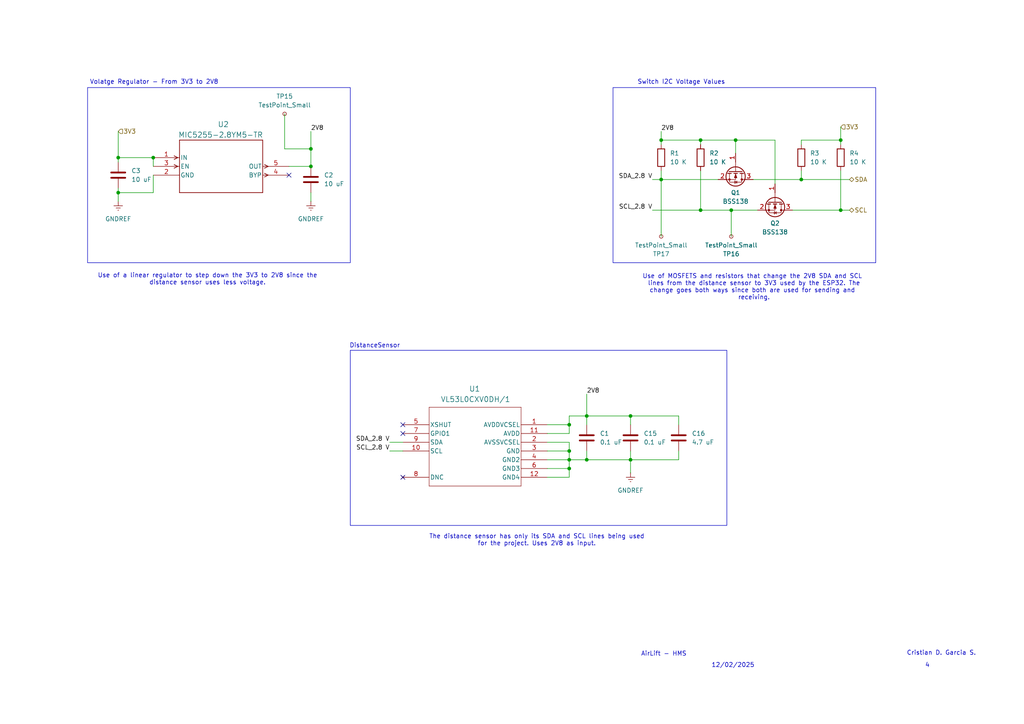
<source format=kicad_sch>
(kicad_sch
	(version 20250114)
	(generator "eeschema")
	(generator_version "9.0")
	(uuid "d4539747-aa14-4ceb-8ad9-d22e351a6ffb")
	(paper "A4")
	(lib_symbols
		(symbol "HMS_SSymbols_Library:BSS138"
			(pin_names
				(offset 0)
				(hide yes)
			)
			(exclude_from_sim no)
			(in_bom yes)
			(on_board yes)
			(property "Reference" "Q"
				(at 5.08 1.905 0)
				(effects
					(font
						(size 1.27 1.27)
					)
					(justify left)
				)
			)
			(property "Value" "BSS138"
				(at 5.08 0 0)
				(effects
					(font
						(size 1.27 1.27)
					)
					(justify left)
				)
			)
			(property "Footprint" "Package_TO_SOT_SMD:SOT-23"
				(at 5.08 -1.905 0)
				(effects
					(font
						(size 1.27 1.27)
						(italic yes)
					)
					(justify left)
					(hide yes)
				)
			)
			(property "Datasheet" "https://www.onsemi.com/pub/Collateral/BSS138-D.PDF"
				(at 5.08 -3.81 0)
				(effects
					(font
						(size 1.27 1.27)
					)
					(justify left)
					(hide yes)
				)
			)
			(property "Description" "50V Vds, 0.22A Id, N-Channel MOSFET, SOT-23"
				(at 0 0 0)
				(effects
					(font
						(size 1.27 1.27)
					)
					(hide yes)
				)
			)
			(property "ki_keywords" "N-Channel MOSFET"
				(at 0 0 0)
				(effects
					(font
						(size 1.27 1.27)
					)
					(hide yes)
				)
			)
			(property "ki_fp_filters" "SOT?23*"
				(at 0 0 0)
				(effects
					(font
						(size 1.27 1.27)
					)
					(hide yes)
				)
			)
			(symbol "BSS138_0_1"
				(polyline
					(pts
						(xy 0.254 1.905) (xy 0.254 -1.905)
					)
					(stroke
						(width 0.254)
						(type default)
					)
					(fill
						(type none)
					)
				)
				(polyline
					(pts
						(xy 0.254 0) (xy -2.54 0)
					)
					(stroke
						(width 0)
						(type default)
					)
					(fill
						(type none)
					)
				)
				(polyline
					(pts
						(xy 0.762 2.286) (xy 0.762 1.27)
					)
					(stroke
						(width 0.254)
						(type default)
					)
					(fill
						(type none)
					)
				)
				(polyline
					(pts
						(xy 0.762 0.508) (xy 0.762 -0.508)
					)
					(stroke
						(width 0.254)
						(type default)
					)
					(fill
						(type none)
					)
				)
				(polyline
					(pts
						(xy 0.762 -1.27) (xy 0.762 -2.286)
					)
					(stroke
						(width 0.254)
						(type default)
					)
					(fill
						(type none)
					)
				)
				(polyline
					(pts
						(xy 0.762 -1.778) (xy 3.302 -1.778) (xy 3.302 1.778) (xy 0.762 1.778)
					)
					(stroke
						(width 0)
						(type default)
					)
					(fill
						(type none)
					)
				)
				(polyline
					(pts
						(xy 1.016 0) (xy 2.032 0.381) (xy 2.032 -0.381) (xy 1.016 0)
					)
					(stroke
						(width 0)
						(type default)
					)
					(fill
						(type outline)
					)
				)
				(circle
					(center 1.651 0)
					(radius 2.794)
					(stroke
						(width 0.254)
						(type default)
					)
					(fill
						(type none)
					)
				)
				(polyline
					(pts
						(xy 2.54 2.54) (xy 2.54 1.778)
					)
					(stroke
						(width 0)
						(type default)
					)
					(fill
						(type none)
					)
				)
				(circle
					(center 2.54 1.778)
					(radius 0.254)
					(stroke
						(width 0)
						(type default)
					)
					(fill
						(type outline)
					)
				)
				(circle
					(center 2.54 -1.778)
					(radius 0.254)
					(stroke
						(width 0)
						(type default)
					)
					(fill
						(type outline)
					)
				)
				(polyline
					(pts
						(xy 2.54 -2.54) (xy 2.54 0) (xy 0.762 0)
					)
					(stroke
						(width 0)
						(type default)
					)
					(fill
						(type none)
					)
				)
				(polyline
					(pts
						(xy 2.921 0.381) (xy 3.683 0.381)
					)
					(stroke
						(width 0)
						(type default)
					)
					(fill
						(type none)
					)
				)
				(polyline
					(pts
						(xy 3.302 0.381) (xy 2.921 -0.254) (xy 3.683 -0.254) (xy 3.302 0.381)
					)
					(stroke
						(width 0)
						(type default)
					)
					(fill
						(type none)
					)
				)
			)
			(symbol "BSS138_1_1"
				(pin input line
					(at -5.08 0 0)
					(length 2.54)
					(name "G"
						(effects
							(font
								(size 1.27 1.27)
							)
						)
					)
					(number "1"
						(effects
							(font
								(size 1.27 1.27)
							)
						)
					)
				)
				(pin passive line
					(at 2.54 5.08 270)
					(length 2.54)
					(name "D"
						(effects
							(font
								(size 1.27 1.27)
							)
						)
					)
					(number "3"
						(effects
							(font
								(size 1.27 1.27)
							)
						)
					)
				)
				(pin passive line
					(at 2.54 -5.08 90)
					(length 2.54)
					(name "S"
						(effects
							(font
								(size 1.27 1.27)
							)
						)
					)
					(number "2"
						(effects
							(font
								(size 1.27 1.27)
							)
						)
					)
				)
			)
			(embedded_fonts no)
		)
		(symbol "HMS_SSymbols_Library:C"
			(pin_numbers
				(hide yes)
			)
			(pin_names
				(offset 0.254)
			)
			(exclude_from_sim no)
			(in_bom yes)
			(on_board yes)
			(property "Reference" "C"
				(at 0.635 2.54 0)
				(effects
					(font
						(size 1.27 1.27)
					)
					(justify left)
				)
			)
			(property "Value" "C"
				(at 0.635 -2.54 0)
				(effects
					(font
						(size 1.27 1.27)
					)
					(justify left)
				)
			)
			(property "Footprint" ""
				(at 0.9652 -3.81 0)
				(effects
					(font
						(size 1.27 1.27)
					)
					(hide yes)
				)
			)
			(property "Datasheet" "~"
				(at 0 0 0)
				(effects
					(font
						(size 1.27 1.27)
					)
					(hide yes)
				)
			)
			(property "Description" "Unpolarized capacitor"
				(at 0 0 0)
				(effects
					(font
						(size 1.27 1.27)
					)
					(hide yes)
				)
			)
			(property "ki_keywords" "cap capacitor"
				(at 0 0 0)
				(effects
					(font
						(size 1.27 1.27)
					)
					(hide yes)
				)
			)
			(property "ki_fp_filters" "C_*"
				(at 0 0 0)
				(effects
					(font
						(size 1.27 1.27)
					)
					(hide yes)
				)
			)
			(symbol "C_0_1"
				(polyline
					(pts
						(xy -2.032 0.762) (xy 2.032 0.762)
					)
					(stroke
						(width 0.508)
						(type default)
					)
					(fill
						(type none)
					)
				)
				(polyline
					(pts
						(xy -2.032 -0.762) (xy 2.032 -0.762)
					)
					(stroke
						(width 0.508)
						(type default)
					)
					(fill
						(type none)
					)
				)
			)
			(symbol "C_1_1"
				(pin passive line
					(at 0 3.81 270)
					(length 2.794)
					(name "~"
						(effects
							(font
								(size 1.27 1.27)
							)
						)
					)
					(number "1"
						(effects
							(font
								(size 1.27 1.27)
							)
						)
					)
				)
				(pin passive line
					(at 0 -3.81 90)
					(length 2.794)
					(name "~"
						(effects
							(font
								(size 1.27 1.27)
							)
						)
					)
					(number "2"
						(effects
							(font
								(size 1.27 1.27)
							)
						)
					)
				)
			)
			(embedded_fonts no)
		)
		(symbol "HMS_SSymbols_Library:GNDREF"
			(power)
			(pin_numbers
				(hide yes)
			)
			(pin_names
				(offset 0)
				(hide yes)
			)
			(exclude_from_sim no)
			(in_bom yes)
			(on_board yes)
			(property "Reference" "#PWR"
				(at 0 -6.35 0)
				(effects
					(font
						(size 1.27 1.27)
					)
					(hide yes)
				)
			)
			(property "Value" "GNDREF"
				(at 0 -3.81 0)
				(effects
					(font
						(size 1.27 1.27)
					)
				)
			)
			(property "Footprint" ""
				(at 0 0 0)
				(effects
					(font
						(size 1.27 1.27)
					)
					(hide yes)
				)
			)
			(property "Datasheet" ""
				(at 0 0 0)
				(effects
					(font
						(size 1.27 1.27)
					)
					(hide yes)
				)
			)
			(property "Description" "Power symbol creates a global label with name \"GNDREF\" , reference supply ground"
				(at 0 0 0)
				(effects
					(font
						(size 1.27 1.27)
					)
					(hide yes)
				)
			)
			(property "ki_keywords" "global power"
				(at 0 0 0)
				(effects
					(font
						(size 1.27 1.27)
					)
					(hide yes)
				)
			)
			(symbol "GNDREF_0_1"
				(polyline
					(pts
						(xy -0.635 -1.905) (xy 0.635 -1.905)
					)
					(stroke
						(width 0)
						(type default)
					)
					(fill
						(type none)
					)
				)
				(polyline
					(pts
						(xy -0.127 -2.54) (xy 0.127 -2.54)
					)
					(stroke
						(width 0)
						(type default)
					)
					(fill
						(type none)
					)
				)
				(polyline
					(pts
						(xy 0 -1.27) (xy 0 0)
					)
					(stroke
						(width 0)
						(type default)
					)
					(fill
						(type none)
					)
				)
				(polyline
					(pts
						(xy 1.27 -1.27) (xy -1.27 -1.27)
					)
					(stroke
						(width 0)
						(type default)
					)
					(fill
						(type none)
					)
				)
			)
			(symbol "GNDREF_1_1"
				(pin power_in line
					(at 0 0 270)
					(length 0)
					(name "~"
						(effects
							(font
								(size 1.27 1.27)
							)
						)
					)
					(number "1"
						(effects
							(font
								(size 1.27 1.27)
							)
						)
					)
				)
			)
			(embedded_fonts no)
		)
		(symbol "HMS_SSymbols_Library:MIC5255-2.8YM5-TR"
			(pin_names
				(offset 0.254)
			)
			(exclude_from_sim no)
			(in_bom yes)
			(on_board yes)
			(property "Reference" "U"
				(at 19.812 9.652 0)
				(effects
					(font
						(size 1.524 1.524)
					)
				)
			)
			(property "Value" "MIC5255-2.8YM5-TR"
				(at 19.812 7.112 0)
				(effects
					(font
						(size 1.524 1.524)
					)
				)
			)
			(property "Footprint" "SOT-23-5_M5_MCH"
				(at 19.05 -11.43 0)
				(effects
					(font
						(size 1.27 1.27)
						(italic yes)
					)
					(hide yes)
				)
			)
			(property "Datasheet" "MIC5255-2.8YM5-TR"
				(at 20.32 -13.97 0)
				(effects
					(font
						(size 1.27 1.27)
						(italic yes)
					)
					(hide yes)
				)
			)
			(property "Description" ""
				(at 0 0 0)
				(effects
					(font
						(size 1.27 1.27)
					)
					(hide yes)
				)
			)
			(property "ki_locked" ""
				(at 0 0 0)
				(effects
					(font
						(size 1.27 1.27)
					)
				)
			)
			(property "ki_keywords" "MIC5255-2.8YM5-TR"
				(at 0 0 0)
				(effects
					(font
						(size 1.27 1.27)
					)
					(hide yes)
				)
			)
			(property "ki_fp_filters" "SOT-23-5_M5_MCH SOT-23-5_M5_MCH-M SOT-23-5_M5_MCH-L"
				(at 0 0 0)
				(effects
					(font
						(size 1.27 1.27)
					)
					(hide yes)
				)
			)
			(symbol "MIC5255-2.8YM5-TR_0_1"
				(polyline
					(pts
						(xy 7.0993 0) (xy 6.0579 0.5207)
					)
					(stroke
						(width 0.2032)
						(type default)
					)
					(fill
						(type none)
					)
				)
				(polyline
					(pts
						(xy 7.0993 0) (xy 6.0579 -0.5207)
					)
					(stroke
						(width 0.2032)
						(type default)
					)
					(fill
						(type none)
					)
				)
				(polyline
					(pts
						(xy 7.0993 -2.54) (xy 6.0579 -2.0193)
					)
					(stroke
						(width 0.2032)
						(type default)
					)
					(fill
						(type none)
					)
				)
				(polyline
					(pts
						(xy 7.0993 -2.54) (xy 6.0579 -3.0607)
					)
					(stroke
						(width 0.2032)
						(type default)
					)
					(fill
						(type none)
					)
				)
				(polyline
					(pts
						(xy 7.62 5.08) (xy 7.62 -10.16)
					)
					(stroke
						(width 0.2032)
						(type default)
					)
					(fill
						(type none)
					)
				)
				(polyline
					(pts
						(xy 7.62 -10.16) (xy 31.75 -10.16)
					)
					(stroke
						(width 0.2032)
						(type default)
					)
					(fill
						(type none)
					)
				)
				(polyline
					(pts
						(xy 31.75 5.08) (xy 7.62 5.08)
					)
					(stroke
						(width 0.2032)
						(type default)
					)
					(fill
						(type none)
					)
				)
				(polyline
					(pts
						(xy 31.75 -10.16) (xy 31.75 5.08)
					)
					(stroke
						(width 0.2032)
						(type default)
					)
					(fill
						(type none)
					)
				)
				(polyline
					(pts
						(xy 32.2707 -2.0193) (xy 33.3121 -2.54)
					)
					(stroke
						(width 0.2032)
						(type default)
					)
					(fill
						(type none)
					)
				)
				(polyline
					(pts
						(xy 32.2707 -3.0607) (xy 33.3121 -2.54)
					)
					(stroke
						(width 0.2032)
						(type default)
					)
					(fill
						(type none)
					)
				)
				(polyline
					(pts
						(xy 32.2707 -4.5593) (xy 33.3121 -5.08)
					)
					(stroke
						(width 0.2032)
						(type default)
					)
					(fill
						(type none)
					)
				)
				(polyline
					(pts
						(xy 32.2707 -5.6007) (xy 33.3121 -5.08)
					)
					(stroke
						(width 0.2032)
						(type default)
					)
					(fill
						(type none)
					)
				)
				(pin input line
					(at 0 0 0)
					(length 7.62)
					(name "IN"
						(effects
							(font
								(size 1.27 1.27)
							)
						)
					)
					(number "1"
						(effects
							(font
								(size 1.27 1.27)
							)
						)
					)
				)
				(pin input line
					(at 0 -2.54 0)
					(length 7.62)
					(name "EN"
						(effects
							(font
								(size 1.27 1.27)
							)
						)
					)
					(number "3"
						(effects
							(font
								(size 1.27 1.27)
							)
						)
					)
				)
				(pin power_in line
					(at 0 -5.08 0)
					(length 7.62)
					(name "GND"
						(effects
							(font
								(size 1.27 1.27)
							)
						)
					)
					(number "2"
						(effects
							(font
								(size 1.27 1.27)
							)
						)
					)
				)
				(pin output line
					(at 39.37 -5.08 180)
					(length 7.62)
					(name "BYP"
						(effects
							(font
								(size 1.27 1.27)
							)
						)
					)
					(number "4"
						(effects
							(font
								(size 1.27 1.27)
							)
						)
					)
				)
			)
			(symbol "MIC5255-2.8YM5-TR_1_1"
				(pin output line
					(at 39.37 -2.54 180)
					(length 7.62)
					(name "OUT"
						(effects
							(font
								(size 1.27 1.27)
							)
						)
					)
					(number "5"
						(effects
							(font
								(size 1.27 1.27)
							)
						)
					)
				)
			)
			(embedded_fonts no)
		)
		(symbol "HMS_SSymbols_Library:R"
			(pin_numbers
				(hide yes)
			)
			(pin_names
				(offset 0)
			)
			(exclude_from_sim no)
			(in_bom yes)
			(on_board yes)
			(property "Reference" "R"
				(at 2.032 0 90)
				(effects
					(font
						(size 1.27 1.27)
					)
				)
			)
			(property "Value" "R"
				(at 0 0 90)
				(effects
					(font
						(size 1.27 1.27)
					)
				)
			)
			(property "Footprint" ""
				(at -1.778 0 90)
				(effects
					(font
						(size 1.27 1.27)
					)
					(hide yes)
				)
			)
			(property "Datasheet" "~"
				(at 0 0 0)
				(effects
					(font
						(size 1.27 1.27)
					)
					(hide yes)
				)
			)
			(property "Description" "Resistor"
				(at 0 0 0)
				(effects
					(font
						(size 1.27 1.27)
					)
					(hide yes)
				)
			)
			(property "ki_keywords" "R res resistor"
				(at 0 0 0)
				(effects
					(font
						(size 1.27 1.27)
					)
					(hide yes)
				)
			)
			(property "ki_fp_filters" "R_*"
				(at 0 0 0)
				(effects
					(font
						(size 1.27 1.27)
					)
					(hide yes)
				)
			)
			(symbol "R_0_1"
				(rectangle
					(start -1.016 -2.54)
					(end 1.016 2.54)
					(stroke
						(width 0.254)
						(type default)
					)
					(fill
						(type none)
					)
				)
			)
			(symbol "R_1_1"
				(pin passive line
					(at 0 3.81 270)
					(length 1.27)
					(name "~"
						(effects
							(font
								(size 1.27 1.27)
							)
						)
					)
					(number "1"
						(effects
							(font
								(size 1.27 1.27)
							)
						)
					)
				)
				(pin passive line
					(at 0 -3.81 90)
					(length 1.27)
					(name "~"
						(effects
							(font
								(size 1.27 1.27)
							)
						)
					)
					(number "2"
						(effects
							(font
								(size 1.27 1.27)
							)
						)
					)
				)
			)
			(embedded_fonts no)
		)
		(symbol "HMS_SSymbols_Library:TestPoint_Small"
			(pin_numbers
				(hide yes)
			)
			(pin_names
				(offset 0.762)
				(hide yes)
			)
			(exclude_from_sim no)
			(in_bom yes)
			(on_board yes)
			(property "Reference" "TP"
				(at 0 3.81 0)
				(effects
					(font
						(size 1.27 1.27)
					)
				)
			)
			(property "Value" "TestPoint_Small"
				(at 0 2.032 0)
				(effects
					(font
						(size 1.27 1.27)
					)
				)
			)
			(property "Footprint" ""
				(at 5.08 0 0)
				(effects
					(font
						(size 1.27 1.27)
					)
					(hide yes)
				)
			)
			(property "Datasheet" "~"
				(at 5.08 0 0)
				(effects
					(font
						(size 1.27 1.27)
					)
					(hide yes)
				)
			)
			(property "Description" "test point"
				(at 0 0 0)
				(effects
					(font
						(size 1.27 1.27)
					)
					(hide yes)
				)
			)
			(property "ki_keywords" "test point tp"
				(at 0 0 0)
				(effects
					(font
						(size 1.27 1.27)
					)
					(hide yes)
				)
			)
			(property "ki_fp_filters" "Pin* Test*"
				(at 0 0 0)
				(effects
					(font
						(size 1.27 1.27)
					)
					(hide yes)
				)
			)
			(symbol "TestPoint_Small_0_1"
				(circle
					(center 0 0)
					(radius 0.508)
					(stroke
						(width 0)
						(type default)
					)
					(fill
						(type none)
					)
				)
			)
			(symbol "TestPoint_Small_1_1"
				(pin passive line
					(at 0 0 90)
					(length 0)
					(name "1"
						(effects
							(font
								(size 1.27 1.27)
							)
						)
					)
					(number "1"
						(effects
							(font
								(size 1.27 1.27)
							)
						)
					)
				)
			)
			(embedded_fonts no)
		)
		(symbol "HMS_SSymbols_Library:VL53L0CXV0DH_1"
			(pin_names
				(offset 0.254)
			)
			(exclude_from_sim no)
			(in_bom yes)
			(on_board yes)
			(property "Reference" "U"
				(at 20.828 9.906 0)
				(effects
					(font
						(size 1.524 1.524)
					)
				)
			)
			(property "Value" "VL53L0CXV0DH/1"
				(at 20.828 7.366 0)
				(effects
					(font
						(size 1.524 1.524)
					)
				)
			)
			(property "Footprint" "LGA12_STM"
				(at 0 0 0)
				(effects
					(font
						(size 1.27 1.27)
						(italic yes)
					)
					(hide yes)
				)
			)
			(property "Datasheet" "https://www.st.com/resource/en/datasheet/vl53l0x.pdf"
				(at 19.558 3.81 0)
				(effects
					(font
						(size 1.27 1.27)
						(italic yes)
					)
					(hide yes)
				)
			)
			(property "Description" ""
				(at 0 0 0)
				(effects
					(font
						(size 1.27 1.27)
					)
					(hide yes)
				)
			)
			(property "ki_locked" ""
				(at 0 0 0)
				(effects
					(font
						(size 1.27 1.27)
					)
				)
			)
			(property "ki_keywords" "VL53L0CXV0DH/1"
				(at 0 0 0)
				(effects
					(font
						(size 1.27 1.27)
					)
					(hide yes)
				)
			)
			(property "ki_fp_filters" "LGA12_STM LGA12_STM-M LGA12_STM-L"
				(at 0 0 0)
				(effects
					(font
						(size 1.27 1.27)
					)
					(hide yes)
				)
			)
			(symbol "VL53L0CXV0DH_1_0_1"
				(polyline
					(pts
						(xy 7.62 5.08) (xy 7.62 -17.78)
					)
					(stroke
						(width 0.127)
						(type default)
					)
					(fill
						(type none)
					)
				)
				(polyline
					(pts
						(xy 7.62 -17.78) (xy 34.29 -17.78)
					)
					(stroke
						(width 0.127)
						(type default)
					)
					(fill
						(type none)
					)
				)
				(polyline
					(pts
						(xy 34.29 5.08) (xy 7.62 5.08)
					)
					(stroke
						(width 0.127)
						(type default)
					)
					(fill
						(type none)
					)
				)
				(polyline
					(pts
						(xy 34.29 -17.78) (xy 34.29 5.08)
					)
					(stroke
						(width 0.127)
						(type default)
					)
					(fill
						(type none)
					)
				)
				(pin input line
					(at 0 0 0)
					(length 7.62)
					(name "XSHUT"
						(effects
							(font
								(size 1.27 1.27)
							)
						)
					)
					(number "5"
						(effects
							(font
								(size 1.27 1.27)
							)
						)
					)
				)
				(pin bidirectional line
					(at 0 -2.54 0)
					(length 7.62)
					(name "GPIO1"
						(effects
							(font
								(size 1.27 1.27)
							)
						)
					)
					(number "7"
						(effects
							(font
								(size 1.27 1.27)
							)
						)
					)
				)
				(pin bidirectional line
					(at 0 -5.08 0)
					(length 7.62)
					(name "SDA"
						(effects
							(font
								(size 1.27 1.27)
							)
						)
					)
					(number "9"
						(effects
							(font
								(size 1.27 1.27)
							)
						)
					)
				)
				(pin input line
					(at 0 -7.62 0)
					(length 7.62)
					(name "SCL"
						(effects
							(font
								(size 1.27 1.27)
							)
						)
					)
					(number "10"
						(effects
							(font
								(size 1.27 1.27)
							)
						)
					)
				)
				(pin no_connect line
					(at 0 -15.24 0)
					(length 7.62)
					(name "DNC"
						(effects
							(font
								(size 1.27 1.27)
							)
						)
					)
					(number "8"
						(effects
							(font
								(size 1.27 1.27)
							)
						)
					)
				)
				(pin power_in line
					(at 41.91 0 180)
					(length 7.62)
					(name "AVDDVCSEL"
						(effects
							(font
								(size 1.27 1.27)
							)
						)
					)
					(number "1"
						(effects
							(font
								(size 1.27 1.27)
							)
						)
					)
				)
				(pin power_in line
					(at 41.91 -2.54 180)
					(length 7.62)
					(name "AVDD"
						(effects
							(font
								(size 1.27 1.27)
							)
						)
					)
					(number "11"
						(effects
							(font
								(size 1.27 1.27)
							)
						)
					)
				)
				(pin power_in line
					(at 41.91 -5.08 180)
					(length 7.62)
					(name "AVSSVCSEL"
						(effects
							(font
								(size 1.27 1.27)
							)
						)
					)
					(number "2"
						(effects
							(font
								(size 1.27 1.27)
							)
						)
					)
				)
				(pin power_in line
					(at 41.91 -7.62 180)
					(length 7.62)
					(name "GND"
						(effects
							(font
								(size 1.27 1.27)
							)
						)
					)
					(number "3"
						(effects
							(font
								(size 1.27 1.27)
							)
						)
					)
				)
				(pin power_in line
					(at 41.91 -10.16 180)
					(length 7.62)
					(name "GND2"
						(effects
							(font
								(size 1.27 1.27)
							)
						)
					)
					(number "4"
						(effects
							(font
								(size 1.27 1.27)
							)
						)
					)
				)
				(pin power_in line
					(at 41.91 -12.7 180)
					(length 7.62)
					(name "GND3"
						(effects
							(font
								(size 1.27 1.27)
							)
						)
					)
					(number "6"
						(effects
							(font
								(size 1.27 1.27)
							)
						)
					)
				)
				(pin power_in line
					(at 41.91 -15.24 180)
					(length 7.62)
					(name "GND4"
						(effects
							(font
								(size 1.27 1.27)
							)
						)
					)
					(number "12"
						(effects
							(font
								(size 1.27 1.27)
							)
						)
					)
				)
			)
			(embedded_fonts no)
		)
	)
	(rectangle
		(start 25.4 25.4)
		(end 101.6 76.2)
		(stroke
			(width 0)
			(type default)
		)
		(fill
			(type none)
		)
		(uuid 0c6b39ea-8994-4b46-8732-123fdc552b97)
	)
	(rectangle
		(start 177.8 25.4)
		(end 254 76.2)
		(stroke
			(width 0)
			(type default)
		)
		(fill
			(type none)
		)
		(uuid c6142972-44f3-4fea-9522-2b32dfeab602)
	)
	(rectangle
		(start 101.6 101.6)
		(end 210.82 152.4)
		(stroke
			(width 0)
			(type default)
		)
		(fill
			(type none)
		)
		(uuid e3ddb43d-be80-4459-a1d2-d2f3efe7b238)
	)
	(text "Volatge Regulator - From 3V3 to 2V8\n"
		(exclude_from_sim no)
		(at 44.704 23.876 0)
		(effects
			(font
				(size 1.27 1.27)
			)
		)
		(uuid "367bb2f6-264c-4845-a617-79f349714ce8")
	)
	(text "4"
		(exclude_from_sim no)
		(at 268.986 193.04 0)
		(effects
			(font
				(size 1.27 1.27)
			)
		)
		(uuid "4d724218-d972-4fdf-a7d6-336f37cc8116")
	)
	(text "Use of a linear regulator to step down the 3V3 to 2V8 since the\ndistance sensor uses less voltage."
		(exclude_from_sim no)
		(at 60.198 81.026 0)
		(effects
			(font
				(size 1.27 1.27)
			)
		)
		(uuid "649c6ee5-ec59-49f8-83d3-60ad1e11bfb2")
	)
	(text "Use of MOSFETS and resistors that change the 2V8 SDA and SCL \nlines from the distance sensor to 3V3 used by the ESP32. The\nchange goes both ways since both are used for sending and \nreceiving."
		(exclude_from_sim no)
		(at 218.694 83.312 0)
		(effects
			(font
				(size 1.27 1.27)
			)
		)
		(uuid "72781ac7-5cc0-4975-bc12-0ce2e6ac96bf")
	)
	(text "AirLift - HMS"
		(exclude_from_sim no)
		(at 192.532 189.738 0)
		(effects
			(font
				(size 1.27 1.27)
			)
		)
		(uuid "9fffc0f9-5f7b-4ab5-adc2-8d69bc2f6f61")
	)
	(text "12/02/2025"
		(exclude_from_sim no)
		(at 212.598 193.04 0)
		(effects
			(font
				(size 1.27 1.27)
			)
		)
		(uuid "a4294f33-99a2-4bb7-b1d3-a8bcc299f91d")
	)
	(text "Cristian D. Garcia S."
		(exclude_from_sim no)
		(at 273.05 189.484 0)
		(effects
			(font
				(size 1.27 1.27)
			)
		)
		(uuid "abedb4e3-81cb-47bb-8f70-76bc0c8ee58b")
	)
	(text "Switch I2C Voltage Values"
		(exclude_from_sim no)
		(at 197.612 23.876 0)
		(effects
			(font
				(size 1.27 1.27)
			)
		)
		(uuid "bcb54be6-a479-46ac-b98a-7e85947cf416")
	)
	(text "DistanceSensor"
		(exclude_from_sim no)
		(at 108.712 100.33 0)
		(effects
			(font
				(size 1.27 1.27)
			)
		)
		(uuid "e121348f-4eda-4554-aa18-ac69c6cee1fb")
	)
	(text "The distance sensor has only its SDA and SCL lines being used\nfor the project. Uses 2V8 as input."
		(exclude_from_sim no)
		(at 155.702 156.718 0)
		(effects
			(font
				(size 1.27 1.27)
			)
		)
		(uuid "fed555ff-1a84-4f4f-977a-664eb37b9a34")
	)
	(junction
		(at 90.17 43.18)
		(diameter 0)
		(color 0 0 0 0)
		(uuid "0d7da63c-f70b-439b-a735-d20575dcbd25")
	)
	(junction
		(at 90.17 48.26)
		(diameter 0)
		(color 0 0 0 0)
		(uuid "1efe3319-a5fd-422c-b594-2257311dd1cc")
	)
	(junction
		(at 34.29 45.72)
		(diameter 0)
		(color 0 0 0 0)
		(uuid "2930b90f-61b2-4bb4-96d2-82d168709d20")
	)
	(junction
		(at 44.45 45.72)
		(diameter 0)
		(color 0 0 0 0)
		(uuid "2edb4407-2887-4658-a860-b9d691bcac8c")
	)
	(junction
		(at 182.88 133.35)
		(diameter 0)
		(color 0 0 0 0)
		(uuid "34b2efec-43d6-4d43-a2a2-16f4385241a3")
	)
	(junction
		(at 165.1 133.35)
		(diameter 0)
		(color 0 0 0 0)
		(uuid "3869dfc7-0bca-4fe7-9c77-73d9c5efd67c")
	)
	(junction
		(at 165.1 123.19)
		(diameter 0)
		(color 0 0 0 0)
		(uuid "46fb1c09-2c94-4583-87c4-245af51e39dd")
	)
	(junction
		(at 191.77 52.07)
		(diameter 0)
		(color 0 0 0 0)
		(uuid "514f8655-2734-47d1-8e58-8fb816624553")
	)
	(junction
		(at 182.88 120.65)
		(diameter 0)
		(color 0 0 0 0)
		(uuid "51511708-1d75-425a-8ef4-27780148a54c")
	)
	(junction
		(at 243.84 40.64)
		(diameter 0)
		(color 0 0 0 0)
		(uuid "5e0e97a3-de79-406b-9d4c-b0085446645e")
	)
	(junction
		(at 165.1 130.81)
		(diameter 0)
		(color 0 0 0 0)
		(uuid "67219353-18d0-4408-9e35-79d08777d20e")
	)
	(junction
		(at 213.36 40.64)
		(diameter 0)
		(color 0 0 0 0)
		(uuid "7cd1e765-6c52-4059-b3b6-7b82565ec0e5")
	)
	(junction
		(at 170.18 133.35)
		(diameter 0)
		(color 0 0 0 0)
		(uuid "7d96e156-a2f9-4dc1-84f5-bc21f68702bb")
	)
	(junction
		(at 170.18 120.65)
		(diameter 0)
		(color 0 0 0 0)
		(uuid "9091fbc7-3258-422f-abd6-7d3d1060d21d")
	)
	(junction
		(at 243.84 60.96)
		(diameter 0)
		(color 0 0 0 0)
		(uuid "919885da-42a6-4547-bc88-0f5172cfd0a0")
	)
	(junction
		(at 34.29 55.88)
		(diameter 0)
		(color 0 0 0 0)
		(uuid "a0ea6790-7e45-4634-bd1b-a8661e85a8a9")
	)
	(junction
		(at 203.2 60.96)
		(diameter 0)
		(color 0 0 0 0)
		(uuid "a79fe0bb-9ea1-4672-bc08-ec05be56a3a0")
	)
	(junction
		(at 165.1 135.89)
		(diameter 0)
		(color 0 0 0 0)
		(uuid "a859997b-8130-4d06-8567-f323fdcc9bd1")
	)
	(junction
		(at 203.2 40.64)
		(diameter 0)
		(color 0 0 0 0)
		(uuid "b1ba4e06-9f75-4ee5-b152-cd73b3f21b86")
	)
	(junction
		(at 232.41 52.07)
		(diameter 0)
		(color 0 0 0 0)
		(uuid "bd070bca-296f-4dbf-970a-64b0e781fc78")
	)
	(junction
		(at 191.77 40.64)
		(diameter 0)
		(color 0 0 0 0)
		(uuid "cc15e087-c2df-4ae3-aea7-cf792810af85")
	)
	(junction
		(at 212.09 60.96)
		(diameter 0)
		(color 0 0 0 0)
		(uuid "cd6e3dc1-d24f-478c-b6b7-bb6a7ecd8694")
	)
	(no_connect
		(at 116.84 125.73)
		(uuid "4c88bc9b-a001-4f7b-b390-95abf1034b5e")
	)
	(no_connect
		(at 83.82 50.8)
		(uuid "909bb004-40af-4055-9702-bf0e4e1f50c8")
	)
	(no_connect
		(at 116.84 123.19)
		(uuid "d60bd509-b9e4-495e-bb0b-37034ee02a0d")
	)
	(no_connect
		(at 116.84 138.43)
		(uuid "e22a85bb-92ed-4dae-882c-4ffeb7da46d5")
	)
	(wire
		(pts
			(xy 165.1 133.35) (xy 170.18 133.35)
		)
		(stroke
			(width 0)
			(type default)
		)
		(uuid "028c3c6f-3076-444b-8918-0cd8af660985")
	)
	(wire
		(pts
			(xy 229.87 60.96) (xy 243.84 60.96)
		)
		(stroke
			(width 0)
			(type default)
		)
		(uuid "094bd36c-0d71-410b-b82f-e7a981c6c3de")
	)
	(wire
		(pts
			(xy 34.29 45.72) (xy 44.45 45.72)
		)
		(stroke
			(width 0)
			(type default)
		)
		(uuid "09a46e2f-fe8c-47be-a94d-00f19054f727")
	)
	(wire
		(pts
			(xy 82.55 43.18) (xy 90.17 43.18)
		)
		(stroke
			(width 0)
			(type default)
		)
		(uuid "10454e6a-3bca-4278-8219-4336141cccf3")
	)
	(wire
		(pts
			(xy 191.77 52.07) (xy 191.77 68.58)
		)
		(stroke
			(width 0)
			(type default)
		)
		(uuid "122ae28e-8ff7-4521-b00a-73e39c1c1101")
	)
	(wire
		(pts
			(xy 191.77 49.53) (xy 191.77 52.07)
		)
		(stroke
			(width 0)
			(type default)
		)
		(uuid "1a69d01c-f920-4eb3-90e0-001ad9a8a388")
	)
	(wire
		(pts
			(xy 170.18 130.81) (xy 170.18 133.35)
		)
		(stroke
			(width 0)
			(type default)
		)
		(uuid "237bc79d-7f91-4e2f-a2f5-4542e29e95fd")
	)
	(wire
		(pts
			(xy 191.77 38.1) (xy 191.77 40.64)
		)
		(stroke
			(width 0)
			(type default)
		)
		(uuid "24f32cb9-1840-480b-ba13-69dec7d77350")
	)
	(wire
		(pts
			(xy 83.82 48.26) (xy 90.17 48.26)
		)
		(stroke
			(width 0)
			(type default)
		)
		(uuid "29adf7cc-427a-4fb7-8395-f5f00d4cda8f")
	)
	(wire
		(pts
			(xy 191.77 52.07) (xy 208.28 52.07)
		)
		(stroke
			(width 0)
			(type default)
		)
		(uuid "2a75e487-7e2a-4c3f-8fcc-678124eeed19")
	)
	(wire
		(pts
			(xy 158.75 128.27) (xy 165.1 128.27)
		)
		(stroke
			(width 0)
			(type default)
		)
		(uuid "2bce27d6-7afa-4358-95e0-221a8e607a23")
	)
	(wire
		(pts
			(xy 34.29 55.88) (xy 34.29 58.42)
		)
		(stroke
			(width 0)
			(type default)
		)
		(uuid "33789d84-4b86-412e-b5b7-6ab535cdc904")
	)
	(wire
		(pts
			(xy 232.41 52.07) (xy 246.38 52.07)
		)
		(stroke
			(width 0)
			(type default)
		)
		(uuid "338929e6-0b1f-4587-9d2c-8c436c61a3f5")
	)
	(wire
		(pts
			(xy 203.2 49.53) (xy 203.2 60.96)
		)
		(stroke
			(width 0)
			(type default)
		)
		(uuid "39b9de99-431a-415f-9aaa-93df03fe0600")
	)
	(wire
		(pts
			(xy 90.17 58.42) (xy 90.17 55.88)
		)
		(stroke
			(width 0)
			(type default)
		)
		(uuid "4bd96ab8-f4a2-43ce-a3ac-73f58effb5b4")
	)
	(wire
		(pts
			(xy 165.1 120.65) (xy 170.18 120.65)
		)
		(stroke
			(width 0)
			(type default)
		)
		(uuid "4f0ee76a-6fcf-4581-bcbc-34814ebae4fc")
	)
	(wire
		(pts
			(xy 158.75 130.81) (xy 165.1 130.81)
		)
		(stroke
			(width 0)
			(type default)
		)
		(uuid "51aacb2a-afb1-4fb8-8fac-7dc1f9c6c0f9")
	)
	(wire
		(pts
			(xy 213.36 40.64) (xy 203.2 40.64)
		)
		(stroke
			(width 0)
			(type default)
		)
		(uuid "549ea76c-28e7-40eb-9513-a51c8d72dc13")
	)
	(wire
		(pts
			(xy 165.1 123.19) (xy 158.75 123.19)
		)
		(stroke
			(width 0)
			(type default)
		)
		(uuid "56dfc79f-cd38-4f3d-a5a5-73250218c180")
	)
	(wire
		(pts
			(xy 196.85 120.65) (xy 196.85 123.19)
		)
		(stroke
			(width 0)
			(type default)
		)
		(uuid "5808ac63-c62d-4699-9a86-b7bd0881d5e7")
	)
	(wire
		(pts
			(xy 158.75 135.89) (xy 165.1 135.89)
		)
		(stroke
			(width 0)
			(type default)
		)
		(uuid "5c91eab0-6f63-4551-8960-f4d4e7c66f41")
	)
	(wire
		(pts
			(xy 34.29 38.1) (xy 34.29 45.72)
		)
		(stroke
			(width 0)
			(type default)
		)
		(uuid "5dd947bf-031e-491e-a47f-c49c91fe084d")
	)
	(wire
		(pts
			(xy 165.1 120.65) (xy 165.1 123.19)
		)
		(stroke
			(width 0)
			(type default)
		)
		(uuid "5fa985bf-e98f-4b53-b433-3dea1e0eae76")
	)
	(wire
		(pts
			(xy 203.2 41.91) (xy 203.2 40.64)
		)
		(stroke
			(width 0)
			(type default)
		)
		(uuid "615b23fd-703f-418c-8eb6-eec61fb30966")
	)
	(wire
		(pts
			(xy 189.23 60.96) (xy 203.2 60.96)
		)
		(stroke
			(width 0)
			(type default)
		)
		(uuid "639f926b-bcb2-4461-a334-ed801fdbb91b")
	)
	(wire
		(pts
			(xy 170.18 123.19) (xy 170.18 120.65)
		)
		(stroke
			(width 0)
			(type default)
		)
		(uuid "65705d9e-2c8d-4147-ae8a-3d92f8bffb11")
	)
	(wire
		(pts
			(xy 182.88 120.65) (xy 182.88 123.19)
		)
		(stroke
			(width 0)
			(type default)
		)
		(uuid "68a4b4ba-8f1f-4819-8049-860fbb7b0a18")
	)
	(wire
		(pts
			(xy 213.36 40.64) (xy 213.36 44.45)
		)
		(stroke
			(width 0)
			(type default)
		)
		(uuid "6920ee85-dc03-4cdc-ac8b-c05e7c644727")
	)
	(wire
		(pts
			(xy 34.29 45.72) (xy 34.29 46.99)
		)
		(stroke
			(width 0)
			(type default)
		)
		(uuid "745c056e-f799-4e28-9cdd-c147d5b739fd")
	)
	(wire
		(pts
			(xy 232.41 52.07) (xy 232.41 49.53)
		)
		(stroke
			(width 0)
			(type default)
		)
		(uuid "78a1d401-6002-4093-a560-232a24a1447b")
	)
	(wire
		(pts
			(xy 224.79 40.64) (xy 224.79 53.34)
		)
		(stroke
			(width 0)
			(type default)
		)
		(uuid "7f8dc537-2714-4cef-ab4b-b273fe606061")
	)
	(wire
		(pts
			(xy 90.17 38.1) (xy 90.17 43.18)
		)
		(stroke
			(width 0)
			(type default)
		)
		(uuid "803821bc-1133-4a14-910b-3006886a4986")
	)
	(wire
		(pts
			(xy 212.09 60.96) (xy 212.09 68.58)
		)
		(stroke
			(width 0)
			(type default)
		)
		(uuid "85f687b1-4b5b-4cf8-ab90-47ffd5f4575d")
	)
	(wire
		(pts
			(xy 232.41 40.64) (xy 232.41 41.91)
		)
		(stroke
			(width 0)
			(type default)
		)
		(uuid "8cea86f4-8941-4a63-87d8-30a448b22285")
	)
	(wire
		(pts
			(xy 170.18 114.3) (xy 170.18 120.65)
		)
		(stroke
			(width 0)
			(type default)
		)
		(uuid "8dde4d23-4501-459e-bb2a-5cec085b6390")
	)
	(wire
		(pts
			(xy 165.1 135.89) (xy 165.1 133.35)
		)
		(stroke
			(width 0)
			(type default)
		)
		(uuid "8f8697b7-65df-49c9-a1fd-34d7a82d7f43")
	)
	(wire
		(pts
			(xy 232.41 40.64) (xy 243.84 40.64)
		)
		(stroke
			(width 0)
			(type default)
		)
		(uuid "94c68847-2e74-4036-8da9-16d69307d58e")
	)
	(wire
		(pts
			(xy 113.03 130.81) (xy 116.84 130.81)
		)
		(stroke
			(width 0)
			(type default)
		)
		(uuid "96cfb4ba-cf2c-46dc-8dd5-fb83acfc0485")
	)
	(wire
		(pts
			(xy 219.71 60.96) (xy 212.09 60.96)
		)
		(stroke
			(width 0)
			(type default)
		)
		(uuid "9cdf3ad2-79c3-406b-9e73-953105a6291c")
	)
	(wire
		(pts
			(xy 165.1 128.27) (xy 165.1 130.81)
		)
		(stroke
			(width 0)
			(type default)
		)
		(uuid "9d4cda3d-8999-4ee2-9972-a69cc46ca3fe")
	)
	(wire
		(pts
			(xy 170.18 133.35) (xy 182.88 133.35)
		)
		(stroke
			(width 0)
			(type default)
		)
		(uuid "a0c7e0b8-b2cc-4d0f-8fd1-11b2e061b2f5")
	)
	(wire
		(pts
			(xy 191.77 41.91) (xy 191.77 40.64)
		)
		(stroke
			(width 0)
			(type default)
		)
		(uuid "a1160396-f0b9-4b0c-a3b7-ae4447bf27f2")
	)
	(wire
		(pts
			(xy 196.85 133.35) (xy 196.85 130.81)
		)
		(stroke
			(width 0)
			(type default)
		)
		(uuid "a52aae6c-d1be-4741-8d04-ccac73c5fcf0")
	)
	(wire
		(pts
			(xy 158.75 133.35) (xy 165.1 133.35)
		)
		(stroke
			(width 0)
			(type default)
		)
		(uuid "a562afcb-b7f5-4daa-929e-58dc0cc3ab77")
	)
	(wire
		(pts
			(xy 182.88 130.81) (xy 182.88 133.35)
		)
		(stroke
			(width 0)
			(type default)
		)
		(uuid "aa94e01a-6d33-44bf-9672-6b87525d92d7")
	)
	(wire
		(pts
			(xy 44.45 55.88) (xy 34.29 55.88)
		)
		(stroke
			(width 0)
			(type default)
		)
		(uuid "ad80aa71-c860-4d81-8e5e-ffd4ea2f5284")
	)
	(wire
		(pts
			(xy 113.03 128.27) (xy 116.84 128.27)
		)
		(stroke
			(width 0)
			(type default)
		)
		(uuid "add9d0c3-75d9-4add-8fc0-406bc8202637")
	)
	(wire
		(pts
			(xy 82.55 33.02) (xy 82.55 43.18)
		)
		(stroke
			(width 0)
			(type default)
		)
		(uuid "adfba542-9de5-4fc0-823d-c98e66da38b9")
	)
	(wire
		(pts
			(xy 182.88 133.35) (xy 182.88 137.16)
		)
		(stroke
			(width 0)
			(type default)
		)
		(uuid "b75ca092-0015-4b14-b7ba-a8153b90525b")
	)
	(wire
		(pts
			(xy 243.84 36.83) (xy 243.84 40.64)
		)
		(stroke
			(width 0)
			(type default)
		)
		(uuid "b96c4618-2d60-42e8-a28c-d885b6c6907c")
	)
	(wire
		(pts
			(xy 191.77 40.64) (xy 203.2 40.64)
		)
		(stroke
			(width 0)
			(type default)
		)
		(uuid "bc2a96e6-c80f-4b43-a29d-3704cf90cc14")
	)
	(wire
		(pts
			(xy 165.1 130.81) (xy 165.1 133.35)
		)
		(stroke
			(width 0)
			(type default)
		)
		(uuid "bc2c616a-f890-4e97-ad18-3d1edd62d4da")
	)
	(wire
		(pts
			(xy 243.84 60.96) (xy 246.38 60.96)
		)
		(stroke
			(width 0)
			(type default)
		)
		(uuid "c3979c14-1f0b-4252-a281-2201250f5613")
	)
	(wire
		(pts
			(xy 165.1 125.73) (xy 165.1 123.19)
		)
		(stroke
			(width 0)
			(type default)
		)
		(uuid "c45a138e-88ce-4033-811e-9060d0e9add3")
	)
	(wire
		(pts
			(xy 189.23 52.07) (xy 191.77 52.07)
		)
		(stroke
			(width 0)
			(type default)
		)
		(uuid "caa20b7f-a6fa-45bd-a1d7-65ca9f8b19f3")
	)
	(wire
		(pts
			(xy 182.88 133.35) (xy 196.85 133.35)
		)
		(stroke
			(width 0)
			(type default)
		)
		(uuid "cb16c29b-41f3-48fa-bbd3-2d1860a245c9")
	)
	(wire
		(pts
			(xy 165.1 138.43) (xy 165.1 135.89)
		)
		(stroke
			(width 0)
			(type default)
		)
		(uuid "d0dc04fc-ab5d-4044-81ae-70ef19ce5e24")
	)
	(wire
		(pts
			(xy 90.17 43.18) (xy 90.17 48.26)
		)
		(stroke
			(width 0)
			(type default)
		)
		(uuid "d35dc420-5f83-43ae-885a-b5df27351098")
	)
	(wire
		(pts
			(xy 218.44 52.07) (xy 232.41 52.07)
		)
		(stroke
			(width 0)
			(type default)
		)
		(uuid "d8386a42-032a-45ae-95f9-84ab8c75b323")
	)
	(wire
		(pts
			(xy 170.18 120.65) (xy 182.88 120.65)
		)
		(stroke
			(width 0)
			(type default)
		)
		(uuid "dc3beb78-3b97-43c1-abad-cb7cf55dbf65")
	)
	(wire
		(pts
			(xy 34.29 54.61) (xy 34.29 55.88)
		)
		(stroke
			(width 0)
			(type default)
		)
		(uuid "dd94588a-f0de-437b-9b84-592a841de97e")
	)
	(wire
		(pts
			(xy 44.45 45.72) (xy 44.45 48.26)
		)
		(stroke
			(width 0)
			(type default)
		)
		(uuid "ddb13a9d-1f41-492d-b1a7-976d4f3efb4f")
	)
	(wire
		(pts
			(xy 212.09 60.96) (xy 203.2 60.96)
		)
		(stroke
			(width 0)
			(type default)
		)
		(uuid "e6b847e3-024d-429e-8085-55477f580da7")
	)
	(wire
		(pts
			(xy 243.84 49.53) (xy 243.84 60.96)
		)
		(stroke
			(width 0)
			(type default)
		)
		(uuid "e802791e-c228-4380-96d5-7cc280843673")
	)
	(wire
		(pts
			(xy 44.45 50.8) (xy 44.45 55.88)
		)
		(stroke
			(width 0)
			(type default)
		)
		(uuid "ebb893d9-5c5f-4d2e-9f6c-a70f78b5b0e9")
	)
	(wire
		(pts
			(xy 182.88 120.65) (xy 196.85 120.65)
		)
		(stroke
			(width 0)
			(type default)
		)
		(uuid "f6be97b3-5f9d-4d91-ab29-f5186c59d508")
	)
	(wire
		(pts
			(xy 224.79 40.64) (xy 213.36 40.64)
		)
		(stroke
			(width 0)
			(type default)
		)
		(uuid "f6e217b3-29ce-404e-a88f-72061efd62bd")
	)
	(wire
		(pts
			(xy 158.75 125.73) (xy 165.1 125.73)
		)
		(stroke
			(width 0)
			(type default)
		)
		(uuid "fbce93e1-c798-4904-b2cb-b0f40a614a08")
	)
	(wire
		(pts
			(xy 243.84 40.64) (xy 243.84 41.91)
		)
		(stroke
			(width 0)
			(type default)
		)
		(uuid "ffb7c6d9-7758-457b-9844-828403a53aa0")
	)
	(wire
		(pts
			(xy 158.75 138.43) (xy 165.1 138.43)
		)
		(stroke
			(width 0)
			(type default)
		)
		(uuid "ffee4383-e715-4f4c-bf7b-9b5176d6cfa7")
	)
	(label "2V8"
		(at 191.77 38.1 0)
		(effects
			(font
				(size 1.27 1.27)
			)
			(justify left bottom)
		)
		(uuid "05c33dad-26ee-4540-b3cd-3a9022f27002")
	)
	(label "SDA_2.8 V"
		(at 189.23 52.07 180)
		(effects
			(font
				(size 1.27 1.27)
			)
			(justify right bottom)
		)
		(uuid "7934341e-1aaf-49b1-83e4-aff30e0212b8")
	)
	(label "SCL_2.8 V"
		(at 189.23 60.96 180)
		(effects
			(font
				(size 1.27 1.27)
			)
			(justify right bottom)
		)
		(uuid "883be776-6b44-4f52-beb9-638fb86e83bc")
	)
	(label "SDA_2.8 V"
		(at 113.03 128.27 180)
		(effects
			(font
				(size 1.27 1.27)
			)
			(justify right bottom)
		)
		(uuid "a5f1c4bc-3983-471b-9c25-634a1440dc0d")
	)
	(label "2V8"
		(at 170.18 114.3 0)
		(effects
			(font
				(size 1.27 1.27)
			)
			(justify left bottom)
		)
		(uuid "bf93fd45-1272-4dc7-af8e-1efbf29584f3")
	)
	(label "2V8"
		(at 90.17 38.1 0)
		(effects
			(font
				(size 1.27 1.27)
			)
			(justify left bottom)
		)
		(uuid "cde0dde8-2478-4baf-b856-91ae7373956f")
	)
	(label "SCL_2.8 V"
		(at 113.03 130.81 180)
		(effects
			(font
				(size 1.27 1.27)
			)
			(justify right bottom)
		)
		(uuid "dee0e217-6176-4b77-a986-31823e412681")
	)
	(hierarchical_label "SDA"
		(shape bidirectional)
		(at 246.38 52.07 0)
		(effects
			(font
				(size 1.27 1.27)
			)
			(justify left)
		)
		(uuid "2bbeafaf-537c-48ce-ba44-656c63ab483f")
	)
	(hierarchical_label "SCL"
		(shape bidirectional)
		(at 246.38 60.96 0)
		(effects
			(font
				(size 1.27 1.27)
			)
			(justify left)
		)
		(uuid "44d13bf8-477f-4589-afc4-1da9d7baa806")
	)
	(hierarchical_label "3V3"
		(shape input)
		(at 34.29 38.1 0)
		(effects
			(font
				(size 1.27 1.27)
			)
			(justify left)
		)
		(uuid "8739c4ac-79ec-4905-a20a-4bc251581c9b")
	)
	(hierarchical_label "3V3"
		(shape input)
		(at 243.84 36.83 0)
		(effects
			(font
				(size 1.27 1.27)
			)
			(justify left)
		)
		(uuid "daa826b9-2c5e-4589-bb58-03cee6dd81d6")
	)
	(symbol
		(lib_id "HMS_SSymbols_Library:C")
		(at 170.18 127 0)
		(unit 1)
		(exclude_from_sim no)
		(in_bom yes)
		(on_board yes)
		(dnp no)
		(fields_autoplaced yes)
		(uuid "04e78c99-f4d5-46b8-9847-7c837cc15cdf")
		(property "Reference" "C1"
			(at 173.99 125.7299 0)
			(effects
				(font
					(size 1.27 1.27)
				)
				(justify left)
			)
		)
		(property "Value" "0.1 uF"
			(at 173.99 128.2699 0)
			(effects
				(font
					(size 1.27 1.27)
				)
				(justify left)
			)
		)
		(property "Footprint" "LibraryHMS_FSymbols_Library:C_0805_2012Metric_Pad1.18x1.45mm_HandSolder"
			(at 171.1452 130.81 0)
			(effects
				(font
					(size 1.27 1.27)
				)
				(hide yes)
			)
		)
		(property "Datasheet" "~"
			(at 170.18 127 0)
			(effects
				(font
					(size 1.27 1.27)
				)
				(hide yes)
			)
		)
		(property "Description" "Unpolarized capacitor"
			(at 170.18 127 0)
			(effects
				(font
					(size 1.27 1.27)
				)
				(hide yes)
			)
		)
		(property "MFR" "KEMET"
			(at 170.18 127 0)
			(effects
				(font
					(size 1.27 1.27)
				)
				(hide yes)
			)
		)
		(property "MPN" "C0805C104K4RACTU"
			(at 170.18 127 0)
			(effects
				(font
					(size 1.27 1.27)
				)
				(hide yes)
			)
		)
		(pin "1"
			(uuid "36a7c9dd-ed7e-4934-b5a2-8851acdd8724")
		)
		(pin "2"
			(uuid "f7e0ef4f-7f0c-4b5f-a042-8621f1c8defe")
		)
		(instances
			(project "HMS"
				(path "/f58d4a15-dad3-4b2d-a625-0883ffa8695e/67310ac2-b8fd-44a9-8b93-fc6de398a6ed"
					(reference "C1")
					(unit 1)
				)
			)
		)
	)
	(symbol
		(lib_id "HMS_SSymbols_Library:BSS138")
		(at 213.36 49.53 270)
		(unit 1)
		(exclude_from_sim no)
		(in_bom yes)
		(on_board yes)
		(dnp no)
		(fields_autoplaced yes)
		(uuid "04fc56bf-3ca2-4e30-b0eb-906708f2a6a6")
		(property "Reference" "Q1"
			(at 213.36 55.88 90)
			(effects
				(font
					(size 1.27 1.27)
				)
			)
		)
		(property "Value" "BSS138"
			(at 213.36 58.42 90)
			(effects
				(font
					(size 1.27 1.27)
				)
			)
		)
		(property "Footprint" "LibraryHMS_FSymbols_Library:SOT-23-3_1P4X3P040_ONS"
			(at 211.455 54.61 0)
			(effects
				(font
					(size 1.27 1.27)
					(italic yes)
				)
				(justify left)
				(hide yes)
			)
		)
		(property "Datasheet" "https://www.onsemi.com/pub/Collateral/BSS138-D.PDF"
			(at 209.55 54.61 0)
			(effects
				(font
					(size 1.27 1.27)
				)
				(justify left)
				(hide yes)
			)
		)
		(property "Description" "50V Vds, 0.22A Id, N-Channel MOSFET, SOT-23"
			(at 213.36 49.53 0)
			(effects
				(font
					(size 1.27 1.27)
				)
				(hide yes)
			)
		)
		(property "MFR" "onsemi"
			(at 213.36 49.53 90)
			(effects
				(font
					(size 1.27 1.27)
				)
				(hide yes)
			)
		)
		(property "MPN" "BSS138"
			(at 213.36 49.53 90)
			(effects
				(font
					(size 1.27 1.27)
				)
				(hide yes)
			)
		)
		(pin "1"
			(uuid "e27deece-009d-4dfa-a503-d8a0f6962962")
		)
		(pin "2"
			(uuid "e5242fe1-2836-4e48-b277-7762c9fb6889")
		)
		(pin "3"
			(uuid "05863c16-0599-4a1f-a89e-6e7e913be19b")
		)
		(instances
			(project "HMS"
				(path "/f58d4a15-dad3-4b2d-a625-0883ffa8695e/67310ac2-b8fd-44a9-8b93-fc6de398a6ed"
					(reference "Q1")
					(unit 1)
				)
			)
		)
	)
	(symbol
		(lib_id "HMS_SSymbols_Library:TestPoint_Small")
		(at 212.09 68.58 270)
		(unit 1)
		(exclude_from_sim no)
		(in_bom yes)
		(on_board yes)
		(dnp no)
		(uuid "1fcb8b48-19da-4851-a080-bdfcaa695959")
		(property "Reference" "TP16"
			(at 212.09 73.66 90)
			(effects
				(font
					(size 1.27 1.27)
				)
			)
		)
		(property "Value" "TestPoint_Small"
			(at 212.09 71.12 90)
			(effects
				(font
					(size 1.27 1.27)
				)
			)
		)
		(property "Footprint" "LibraryHMS_FSymbols_Library:TestPoint_Pad_D1.0mm"
			(at 212.09 73.66 0)
			(effects
				(font
					(size 1.27 1.27)
				)
				(hide yes)
			)
		)
		(property "Datasheet" "~"
			(at 212.09 73.66 0)
			(effects
				(font
					(size 1.27 1.27)
				)
				(hide yes)
			)
		)
		(property "Description" "test point"
			(at 212.09 68.58 0)
			(effects
				(font
					(size 1.27 1.27)
				)
				(hide yes)
			)
		)
		(pin "1"
			(uuid "e096c743-dbb1-4384-bc5f-90dfbfbbdfef")
		)
		(instances
			(project "HMS"
				(path "/f58d4a15-dad3-4b2d-a625-0883ffa8695e/67310ac2-b8fd-44a9-8b93-fc6de398a6ed"
					(reference "TP16")
					(unit 1)
				)
			)
		)
	)
	(symbol
		(lib_id "HMS_SSymbols_Library:R")
		(at 243.84 45.72 0)
		(unit 1)
		(exclude_from_sim no)
		(in_bom yes)
		(on_board yes)
		(dnp no)
		(fields_autoplaced yes)
		(uuid "5a5a97b9-5904-4fd6-b9de-2f39f45441dc")
		(property "Reference" "R4"
			(at 246.38 44.4499 0)
			(effects
				(font
					(size 1.27 1.27)
				)
				(justify left)
			)
		)
		(property "Value" "10 K"
			(at 246.38 46.9899 0)
			(effects
				(font
					(size 1.27 1.27)
				)
				(justify left)
			)
		)
		(property "Footprint" "LibraryHMS_FSymbols_Library:R_0805_2012Metric_Pad1.20x1.40mm_HandSolder"
			(at 242.062 45.72 90)
			(effects
				(font
					(size 1.27 1.27)
				)
				(hide yes)
			)
		)
		(property "Datasheet" "~"
			(at 243.84 45.72 0)
			(effects
				(font
					(size 1.27 1.27)
				)
				(hide yes)
			)
		)
		(property "Description" "Resistor"
			(at 243.84 45.72 0)
			(effects
				(font
					(size 1.27 1.27)
				)
				(hide yes)
			)
		)
		(property "MFR" "Susumu"
			(at 243.84 45.72 0)
			(effects
				(font
					(size 1.27 1.27)
				)
				(hide yes)
			)
		)
		(property "MPN" "RR1220P-103-D"
			(at 243.84 45.72 0)
			(effects
				(font
					(size 1.27 1.27)
				)
				(hide yes)
			)
		)
		(pin "1"
			(uuid "af55565b-0cf0-46d8-a81f-cec5c08de06f")
		)
		(pin "2"
			(uuid "f7c900fd-7c68-4065-8c29-f42c65a04dde")
		)
		(instances
			(project "HMS"
				(path "/f58d4a15-dad3-4b2d-a625-0883ffa8695e/67310ac2-b8fd-44a9-8b93-fc6de398a6ed"
					(reference "R4")
					(unit 1)
				)
			)
		)
	)
	(symbol
		(lib_id "HMS_SSymbols_Library:GNDREF")
		(at 182.88 137.16 0)
		(unit 1)
		(exclude_from_sim no)
		(in_bom yes)
		(on_board yes)
		(dnp no)
		(fields_autoplaced yes)
		(uuid "62762280-02e0-4d62-bf81-6af03dd6c76e")
		(property "Reference" "#PWR1"
			(at 182.88 143.51 0)
			(effects
				(font
					(size 1.27 1.27)
				)
				(hide yes)
			)
		)
		(property "Value" "GNDREF"
			(at 182.88 142.24 0)
			(effects
				(font
					(size 1.27 1.27)
				)
			)
		)
		(property "Footprint" ""
			(at 182.88 137.16 0)
			(effects
				(font
					(size 1.27 1.27)
				)
				(hide yes)
			)
		)
		(property "Datasheet" ""
			(at 182.88 137.16 0)
			(effects
				(font
					(size 1.27 1.27)
				)
				(hide yes)
			)
		)
		(property "Description" "Power symbol creates a global label with name \"GNDREF\" , reference supply ground"
			(at 182.88 137.16 0)
			(effects
				(font
					(size 1.27 1.27)
				)
				(hide yes)
			)
		)
		(pin "1"
			(uuid "cd8b23e2-ff72-4c29-91da-c4b18601a3dd")
		)
		(instances
			(project "HMS"
				(path "/f58d4a15-dad3-4b2d-a625-0883ffa8695e/67310ac2-b8fd-44a9-8b93-fc6de398a6ed"
					(reference "#PWR1")
					(unit 1)
				)
			)
		)
	)
	(symbol
		(lib_id "HMS_SSymbols_Library:BSS138")
		(at 224.79 58.42 270)
		(unit 1)
		(exclude_from_sim no)
		(in_bom yes)
		(on_board yes)
		(dnp no)
		(fields_autoplaced yes)
		(uuid "706ebe5c-f28e-4921-845a-7a97851c8e8d")
		(property "Reference" "Q2"
			(at 224.79 64.77 90)
			(effects
				(font
					(size 1.27 1.27)
				)
			)
		)
		(property "Value" "BSS138"
			(at 224.79 67.31 90)
			(effects
				(font
					(size 1.27 1.27)
				)
			)
		)
		(property "Footprint" "LibraryHMS_FSymbols_Library:SOT-23-3_1P4X3P040_ONS"
			(at 222.885 63.5 0)
			(effects
				(font
					(size 1.27 1.27)
					(italic yes)
				)
				(justify left)
				(hide yes)
			)
		)
		(property "Datasheet" "https://www.onsemi.com/pub/Collateral/BSS138-D.PDF"
			(at 220.98 63.5 0)
			(effects
				(font
					(size 1.27 1.27)
				)
				(justify left)
				(hide yes)
			)
		)
		(property "Description" "50V Vds, 0.22A Id, N-Channel MOSFET, SOT-23"
			(at 224.79 58.42 0)
			(effects
				(font
					(size 1.27 1.27)
				)
				(hide yes)
			)
		)
		(property "MFR" "onsemi"
			(at 224.79 58.42 90)
			(effects
				(font
					(size 1.27 1.27)
				)
				(hide yes)
			)
		)
		(property "MPN" "BSS138"
			(at 224.79 58.42 90)
			(effects
				(font
					(size 1.27 1.27)
				)
				(hide yes)
			)
		)
		(pin "1"
			(uuid "9749d1a9-a7ac-4b45-a4cb-432d2823b049")
		)
		(pin "2"
			(uuid "18a2fddb-83d3-462d-a0c7-8637cad2ddf5")
		)
		(pin "3"
			(uuid "769e5f96-f36c-4d78-a5ba-824343149a4e")
		)
		(instances
			(project "HMS"
				(path "/f58d4a15-dad3-4b2d-a625-0883ffa8695e/67310ac2-b8fd-44a9-8b93-fc6de398a6ed"
					(reference "Q2")
					(unit 1)
				)
			)
		)
	)
	(symbol
		(lib_id "HMS_SSymbols_Library:R")
		(at 191.77 45.72 0)
		(unit 1)
		(exclude_from_sim no)
		(in_bom yes)
		(on_board yes)
		(dnp no)
		(fields_autoplaced yes)
		(uuid "77605745-bc35-49ed-8d40-3296d597d872")
		(property "Reference" "R1"
			(at 194.31 44.4499 0)
			(effects
				(font
					(size 1.27 1.27)
				)
				(justify left)
			)
		)
		(property "Value" "10 K"
			(at 194.31 46.9899 0)
			(effects
				(font
					(size 1.27 1.27)
				)
				(justify left)
			)
		)
		(property "Footprint" "LibraryHMS_FSymbols_Library:R_0805_2012Metric_Pad1.20x1.40mm_HandSolder"
			(at 189.992 45.72 90)
			(effects
				(font
					(size 1.27 1.27)
				)
				(hide yes)
			)
		)
		(property "Datasheet" "~"
			(at 191.77 45.72 0)
			(effects
				(font
					(size 1.27 1.27)
				)
				(hide yes)
			)
		)
		(property "Description" "Resistor"
			(at 191.77 45.72 0)
			(effects
				(font
					(size 1.27 1.27)
				)
				(hide yes)
			)
		)
		(property "MFR" "Susumu"
			(at 191.77 45.72 0)
			(effects
				(font
					(size 1.27 1.27)
				)
				(hide yes)
			)
		)
		(property "MPN" "RR1220P-103-D"
			(at 191.77 45.72 0)
			(effects
				(font
					(size 1.27 1.27)
				)
				(hide yes)
			)
		)
		(pin "1"
			(uuid "176e7190-283a-4d87-b909-bffb8630b148")
		)
		(pin "2"
			(uuid "f844b680-4dbc-41e3-a1f5-568da020c475")
		)
		(instances
			(project "HMS"
				(path "/f58d4a15-dad3-4b2d-a625-0883ffa8695e/67310ac2-b8fd-44a9-8b93-fc6de398a6ed"
					(reference "R1")
					(unit 1)
				)
			)
		)
	)
	(symbol
		(lib_id "HMS_SSymbols_Library:C")
		(at 182.88 127 0)
		(unit 1)
		(exclude_from_sim no)
		(in_bom yes)
		(on_board yes)
		(dnp no)
		(fields_autoplaced yes)
		(uuid "7b642b7c-505e-419f-b046-2f93a575e97c")
		(property "Reference" "C15"
			(at 186.69 125.7299 0)
			(effects
				(font
					(size 1.27 1.27)
				)
				(justify left)
			)
		)
		(property "Value" "0.1 uF"
			(at 186.69 128.2699 0)
			(effects
				(font
					(size 1.27 1.27)
				)
				(justify left)
			)
		)
		(property "Footprint" "LibraryHMS_FSymbols_Library:C_0805_2012Metric_Pad1.18x1.45mm_HandSolder"
			(at 183.8452 130.81 0)
			(effects
				(font
					(size 1.27 1.27)
				)
				(hide yes)
			)
		)
		(property "Datasheet" "~"
			(at 182.88 127 0)
			(effects
				(font
					(size 1.27 1.27)
				)
				(hide yes)
			)
		)
		(property "Description" "Unpolarized capacitor"
			(at 182.88 127 0)
			(effects
				(font
					(size 1.27 1.27)
				)
				(hide yes)
			)
		)
		(property "MFR" "KEMET"
			(at 182.88 127 0)
			(effects
				(font
					(size 1.27 1.27)
				)
				(hide yes)
			)
		)
		(property "MPN" "C0805C104K4RACTU"
			(at 182.88 127 0)
			(effects
				(font
					(size 1.27 1.27)
				)
				(hide yes)
			)
		)
		(pin "1"
			(uuid "0ee30f0e-c0bf-4d87-8ea6-5e0f8b021134")
		)
		(pin "2"
			(uuid "96b02412-8d76-496c-b0aa-6f46316c3281")
		)
		(instances
			(project "HMS"
				(path "/f58d4a15-dad3-4b2d-a625-0883ffa8695e/67310ac2-b8fd-44a9-8b93-fc6de398a6ed"
					(reference "C15")
					(unit 1)
				)
			)
		)
	)
	(symbol
		(lib_id "HMS_SSymbols_Library:VL53L0CXV0DH_1")
		(at 116.84 123.19 0)
		(unit 1)
		(exclude_from_sim no)
		(in_bom yes)
		(on_board yes)
		(dnp no)
		(uuid "857d2414-438b-4a5e-8a08-4b3ce5cb9a7f")
		(property "Reference" "U1"
			(at 137.668 112.776 0)
			(effects
				(font
					(size 1.524 1.524)
				)
			)
		)
		(property "Value" "VL53L0CXV0DH/1"
			(at 137.922 115.824 0)
			(effects
				(font
					(size 1.524 1.524)
				)
			)
		)
		(property "Footprint" "LibraryHMS_FSymbols_Library:LGA12_STM"
			(at 116.84 123.19 0)
			(effects
				(font
					(size 1.27 1.27)
					(italic yes)
				)
				(hide yes)
			)
		)
		(property "Datasheet" "https://www.st.com/resource/en/datasheet/vl53l0x.pdf"
			(at 136.398 119.38 0)
			(effects
				(font
					(size 1.27 1.27)
					(italic yes)
				)
				(hide yes)
			)
		)
		(property "Description" ""
			(at 116.84 123.19 0)
			(effects
				(font
					(size 1.27 1.27)
				)
				(hide yes)
			)
		)
		(property "MFR" "STMicroelectronics"
			(at 116.84 123.19 0)
			(effects
				(font
					(size 1.27 1.27)
				)
				(hide yes)
			)
		)
		(property "MPN" "VL53L0CXV0DH/1"
			(at 116.84 123.19 0)
			(effects
				(font
					(size 1.27 1.27)
				)
				(hide yes)
			)
		)
		(pin "6"
			(uuid "00e21ca9-69f9-4c34-b2e3-f50710df3f93")
		)
		(pin "7"
			(uuid "62b6c0b8-983c-4cfe-80dd-d63f1c5a2708")
		)
		(pin "8"
			(uuid "62a6cbc6-a9d0-4be6-ad27-16e899a8ed04")
		)
		(pin "2"
			(uuid "38d3a349-52a2-49fc-9154-373dfa9020d8")
		)
		(pin "4"
			(uuid "7432855d-6daf-4e3f-8b23-0cc72e707292")
		)
		(pin "12"
			(uuid "c7fd384b-192e-43e6-a9cd-274a79a400d5")
		)
		(pin "9"
			(uuid "8ecb067c-f360-4a6c-acf9-08986a60f155")
		)
		(pin "3"
			(uuid "852d50b9-f13c-4620-9708-113bca5bedd8")
		)
		(pin "11"
			(uuid "7f02b669-8876-4570-89dc-cc054f0c943c")
		)
		(pin "5"
			(uuid "4df79661-c353-4f23-93eb-6a8f5c0e3ced")
		)
		(pin "10"
			(uuid "8dd8b464-c300-4e3b-bddd-e63c9a76b894")
		)
		(pin "1"
			(uuid "5bbfacc0-51ed-4c92-9b63-aece9324e2da")
		)
		(instances
			(project "HMS"
				(path "/f58d4a15-dad3-4b2d-a625-0883ffa8695e/67310ac2-b8fd-44a9-8b93-fc6de398a6ed"
					(reference "U1")
					(unit 1)
				)
			)
		)
	)
	(symbol
		(lib_id "HMS_SSymbols_Library:GNDREF")
		(at 90.17 58.42 0)
		(unit 1)
		(exclude_from_sim no)
		(in_bom yes)
		(on_board yes)
		(dnp no)
		(fields_autoplaced yes)
		(uuid "8a851b0f-8500-4b90-beda-ee31c2c18e40")
		(property "Reference" "#PWR3"
			(at 90.17 64.77 0)
			(effects
				(font
					(size 1.27 1.27)
				)
				(hide yes)
			)
		)
		(property "Value" "GNDREF"
			(at 90.17 63.5 0)
			(effects
				(font
					(size 1.27 1.27)
				)
			)
		)
		(property "Footprint" ""
			(at 90.17 58.42 0)
			(effects
				(font
					(size 1.27 1.27)
				)
				(hide yes)
			)
		)
		(property "Datasheet" ""
			(at 90.17 58.42 0)
			(effects
				(font
					(size 1.27 1.27)
				)
				(hide yes)
			)
		)
		(property "Description" "Power symbol creates a global label with name \"GNDREF\" , reference supply ground"
			(at 90.17 58.42 0)
			(effects
				(font
					(size 1.27 1.27)
				)
				(hide yes)
			)
		)
		(pin "1"
			(uuid "55c2ddd2-5055-430e-a0ca-632ade0ada45")
		)
		(instances
			(project "HMS"
				(path "/f58d4a15-dad3-4b2d-a625-0883ffa8695e/67310ac2-b8fd-44a9-8b93-fc6de398a6ed"
					(reference "#PWR3")
					(unit 1)
				)
			)
		)
	)
	(symbol
		(lib_id "HMS_SSymbols_Library:TestPoint_Small")
		(at 82.55 33.02 90)
		(unit 1)
		(exclude_from_sim no)
		(in_bom yes)
		(on_board yes)
		(dnp no)
		(uuid "962b5065-4b3b-4744-94f1-877f72f5f945")
		(property "Reference" "TP15"
			(at 82.55 27.94 90)
			(effects
				(font
					(size 1.27 1.27)
				)
			)
		)
		(property "Value" "TestPoint_Small"
			(at 82.55 30.48 90)
			(effects
				(font
					(size 1.27 1.27)
				)
			)
		)
		(property "Footprint" "LibraryHMS_FSymbols_Library:TestPoint_Pad_D1.0mm"
			(at 82.55 27.94 0)
			(effects
				(font
					(size 1.27 1.27)
				)
				(hide yes)
			)
		)
		(property "Datasheet" "~"
			(at 82.55 27.94 0)
			(effects
				(font
					(size 1.27 1.27)
				)
				(hide yes)
			)
		)
		(property "Description" "test point"
			(at 82.55 33.02 0)
			(effects
				(font
					(size 1.27 1.27)
				)
				(hide yes)
			)
		)
		(pin "1"
			(uuid "4f71fcbf-9ced-43d9-8379-9343043c4729")
		)
		(instances
			(project "HMS"
				(path "/f58d4a15-dad3-4b2d-a625-0883ffa8695e/67310ac2-b8fd-44a9-8b93-fc6de398a6ed"
					(reference "TP15")
					(unit 1)
				)
			)
		)
	)
	(symbol
		(lib_id "HMS_SSymbols_Library:GNDREF")
		(at 34.29 58.42 0)
		(unit 1)
		(exclude_from_sim no)
		(in_bom yes)
		(on_board yes)
		(dnp no)
		(fields_autoplaced yes)
		(uuid "9ebe40c1-96eb-49c1-a954-52b75ea3666c")
		(property "Reference" "#PWR5"
			(at 34.29 64.77 0)
			(effects
				(font
					(size 1.27 1.27)
				)
				(hide yes)
			)
		)
		(property "Value" "GNDREF"
			(at 34.29 63.5 0)
			(effects
				(font
					(size 1.27 1.27)
				)
			)
		)
		(property "Footprint" ""
			(at 34.29 58.42 0)
			(effects
				(font
					(size 1.27 1.27)
				)
				(hide yes)
			)
		)
		(property "Datasheet" ""
			(at 34.29 58.42 0)
			(effects
				(font
					(size 1.27 1.27)
				)
				(hide yes)
			)
		)
		(property "Description" "Power symbol creates a global label with name \"GNDREF\" , reference supply ground"
			(at 34.29 58.42 0)
			(effects
				(font
					(size 1.27 1.27)
				)
				(hide yes)
			)
		)
		(pin "1"
			(uuid "4b0ae3f0-1609-484a-b8c6-c5d621a57ed4")
		)
		(instances
			(project "HMS"
				(path "/f58d4a15-dad3-4b2d-a625-0883ffa8695e/67310ac2-b8fd-44a9-8b93-fc6de398a6ed"
					(reference "#PWR5")
					(unit 1)
				)
			)
		)
	)
	(symbol
		(lib_id "HMS_SSymbols_Library:MIC5255-2.8YM5-TR")
		(at 44.45 45.72 0)
		(unit 1)
		(exclude_from_sim no)
		(in_bom yes)
		(on_board yes)
		(dnp no)
		(uuid "9ff5107e-c0e8-41a6-85f6-8d0a34bb5a41")
		(property "Reference" "U2"
			(at 64.77 36.068 0)
			(effects
				(font
					(size 1.524 1.524)
				)
			)
		)
		(property "Value" "MIC5255-2.8YM5-TR"
			(at 64.008 39.116 0)
			(effects
				(font
					(size 1.524 1.524)
				)
			)
		)
		(property "Footprint" "LibraryHMS_FSymbols_Library:SOT-23-5_M5_MCH"
			(at 44.45 45.72 0)
			(effects
				(font
					(size 1.27 1.27)
					(italic yes)
				)
				(hide yes)
			)
		)
		(property "Datasheet" "MIC5255-2.8YM5-TR"
			(at 44.45 45.72 0)
			(effects
				(font
					(size 1.27 1.27)
					(italic yes)
				)
				(hide yes)
			)
		)
		(property "Description" ""
			(at 44.45 45.72 0)
			(effects
				(font
					(size 1.27 1.27)
				)
				(hide yes)
			)
		)
		(property "MFR" "Microchip Technology"
			(at 44.45 45.72 0)
			(effects
				(font
					(size 1.27 1.27)
				)
				(hide yes)
			)
		)
		(property "MPN" "MIC5255-2.8YM5-TR"
			(at 44.45 45.72 0)
			(effects
				(font
					(size 1.27 1.27)
				)
				(hide yes)
			)
		)
		(pin "2"
			(uuid "79bc0169-1a2a-4241-8d2f-b28513a59e13")
		)
		(pin "1"
			(uuid "9481f1af-5c07-4847-9390-203c0c9d99c6")
		)
		(pin "3"
			(uuid "7f05d7da-5b8f-42f6-bd59-53cb5a98119a")
		)
		(pin "5"
			(uuid "b36af1e0-2719-49cf-b011-32257022720d")
		)
		(pin "4"
			(uuid "83064338-842d-4ede-8333-ab81e4e3dce4")
		)
		(instances
			(project "HMS"
				(path "/f58d4a15-dad3-4b2d-a625-0883ffa8695e/67310ac2-b8fd-44a9-8b93-fc6de398a6ed"
					(reference "U2")
					(unit 1)
				)
			)
		)
	)
	(symbol
		(lib_id "HMS_SSymbols_Library:C")
		(at 34.29 50.8 0)
		(unit 1)
		(exclude_from_sim no)
		(in_bom yes)
		(on_board yes)
		(dnp no)
		(fields_autoplaced yes)
		(uuid "a0fa2207-4332-4698-892c-797884b16322")
		(property "Reference" "C3"
			(at 38.1 49.5299 0)
			(effects
				(font
					(size 1.27 1.27)
				)
				(justify left)
			)
		)
		(property "Value" "10 uF"
			(at 38.1 52.0699 0)
			(effects
				(font
					(size 1.27 1.27)
				)
				(justify left)
			)
		)
		(property "Footprint" "LibraryHMS_FSymbols_Library:C_0805_2012Metric_Pad1.18x1.45mm_HandSolder"
			(at 35.2552 54.61 0)
			(effects
				(font
					(size 1.27 1.27)
				)
				(hide yes)
			)
		)
		(property "Datasheet" "~"
			(at 34.29 50.8 0)
			(effects
				(font
					(size 1.27 1.27)
				)
				(hide yes)
			)
		)
		(property "Description" "Unpolarized capacitor"
			(at 34.29 50.8 0)
			(effects
				(font
					(size 1.27 1.27)
				)
				(hide yes)
			)
		)
		(property "MFR" "Samsung Electro-Mechanics"
			(at 34.29 50.8 0)
			(effects
				(font
					(size 1.27 1.27)
				)
				(hide yes)
			)
		)
		(property "MPN" "CL21A106KOQNNNE"
			(at 34.29 50.8 0)
			(effects
				(font
					(size 1.27 1.27)
				)
				(hide yes)
			)
		)
		(pin "2"
			(uuid "5bdd5c0b-b243-4d23-b713-7bdedfce0158")
		)
		(pin "1"
			(uuid "e99d2cdb-fa6a-42dd-acef-21d8f4eae7f3")
		)
		(instances
			(project "HMS"
				(path "/f58d4a15-dad3-4b2d-a625-0883ffa8695e/67310ac2-b8fd-44a9-8b93-fc6de398a6ed"
					(reference "C3")
					(unit 1)
				)
			)
		)
	)
	(symbol
		(lib_id "HMS_SSymbols_Library:R")
		(at 232.41 45.72 0)
		(unit 1)
		(exclude_from_sim no)
		(in_bom yes)
		(on_board yes)
		(dnp no)
		(uuid "a379273c-25b3-4bdf-82c3-89ed4ab5488a")
		(property "Reference" "R3"
			(at 234.95 44.4499 0)
			(effects
				(font
					(size 1.27 1.27)
				)
				(justify left)
			)
		)
		(property "Value" "10 K"
			(at 234.95 46.9899 0)
			(effects
				(font
					(size 1.27 1.27)
				)
				(justify left)
			)
		)
		(property "Footprint" "LibraryHMS_FSymbols_Library:R_0805_2012Metric_Pad1.20x1.40mm_HandSolder"
			(at 230.632 45.72 90)
			(effects
				(font
					(size 1.27 1.27)
				)
				(hide yes)
			)
		)
		(property "Datasheet" "~"
			(at 232.41 45.72 0)
			(effects
				(font
					(size 1.27 1.27)
				)
				(hide yes)
			)
		)
		(property "Description" "Resistor"
			(at 232.41 45.72 0)
			(effects
				(font
					(size 1.27 1.27)
				)
				(hide yes)
			)
		)
		(property "MFR" "Susumu"
			(at 232.41 45.72 0)
			(effects
				(font
					(size 1.27 1.27)
				)
				(hide yes)
			)
		)
		(property "MPN" "RR1220P-103-D"
			(at 232.41 45.72 0)
			(effects
				(font
					(size 1.27 1.27)
				)
				(hide yes)
			)
		)
		(pin "1"
			(uuid "33532172-e702-4fc1-a2c2-e920448855e6")
		)
		(pin "2"
			(uuid "e3470fbd-877a-4670-9a6c-950f83aa9011")
		)
		(instances
			(project "HMS"
				(path "/f58d4a15-dad3-4b2d-a625-0883ffa8695e/67310ac2-b8fd-44a9-8b93-fc6de398a6ed"
					(reference "R3")
					(unit 1)
				)
			)
		)
	)
	(symbol
		(lib_id "HMS_SSymbols_Library:R")
		(at 203.2 45.72 0)
		(unit 1)
		(exclude_from_sim no)
		(in_bom yes)
		(on_board yes)
		(dnp no)
		(fields_autoplaced yes)
		(uuid "ac274f07-8f38-4a3b-8783-a7ed21091ef3")
		(property "Reference" "R2"
			(at 205.74 44.4499 0)
			(effects
				(font
					(size 1.27 1.27)
				)
				(justify left)
			)
		)
		(property "Value" "10 K"
			(at 205.74 46.9899 0)
			(effects
				(font
					(size 1.27 1.27)
				)
				(justify left)
			)
		)
		(property "Footprint" "LibraryHMS_FSymbols_Library:R_0805_2012Metric_Pad1.20x1.40mm_HandSolder"
			(at 201.422 45.72 90)
			(effects
				(font
					(size 1.27 1.27)
				)
				(hide yes)
			)
		)
		(property "Datasheet" "~"
			(at 203.2 45.72 0)
			(effects
				(font
					(size 1.27 1.27)
				)
				(hide yes)
			)
		)
		(property "Description" "Resistor"
			(at 203.2 45.72 0)
			(effects
				(font
					(size 1.27 1.27)
				)
				(hide yes)
			)
		)
		(property "MFR" "Susumu"
			(at 203.2 45.72 0)
			(effects
				(font
					(size 1.27 1.27)
				)
				(hide yes)
			)
		)
		(property "MPN" "RR1220P-103-D"
			(at 203.2 45.72 0)
			(effects
				(font
					(size 1.27 1.27)
				)
				(hide yes)
			)
		)
		(pin "1"
			(uuid "d8123d7c-394a-4330-b366-b59aa4b3565b")
		)
		(pin "2"
			(uuid "7ee1df90-5738-486c-b752-0c952a672799")
		)
		(instances
			(project "HMS"
				(path "/f58d4a15-dad3-4b2d-a625-0883ffa8695e/67310ac2-b8fd-44a9-8b93-fc6de398a6ed"
					(reference "R2")
					(unit 1)
				)
			)
		)
	)
	(symbol
		(lib_id "HMS_SSymbols_Library:C")
		(at 196.85 127 0)
		(unit 1)
		(exclude_from_sim no)
		(in_bom yes)
		(on_board yes)
		(dnp no)
		(fields_autoplaced yes)
		(uuid "c0e2b8b2-5c0f-440e-8093-8b386f32e622")
		(property "Reference" "C16"
			(at 200.66 125.7299 0)
			(effects
				(font
					(size 1.27 1.27)
				)
				(justify left)
			)
		)
		(property "Value" "4.7 uF"
			(at 200.66 128.2699 0)
			(effects
				(font
					(size 1.27 1.27)
				)
				(justify left)
			)
		)
		(property "Footprint" "LibraryHMS_FSymbols_Library:C_0805_2012Metric_Pad1.18x1.45mm_HandSolder"
			(at 197.8152 130.81 0)
			(effects
				(font
					(size 1.27 1.27)
				)
				(hide yes)
			)
		)
		(property "Datasheet" "~"
			(at 196.85 127 0)
			(effects
				(font
					(size 1.27 1.27)
				)
				(hide yes)
			)
		)
		(property "Description" "Unpolarized capacitor"
			(at 196.85 127 0)
			(effects
				(font
					(size 1.27 1.27)
				)
				(hide yes)
			)
		)
		(property "MFR" "Samsung Electro-Mechanics"
			(at 196.85 127 0)
			(effects
				(font
					(size 1.27 1.27)
				)
				(hide yes)
			)
		)
		(property "MPN" "CL21B475KOFNFNE"
			(at 196.85 127 0)
			(effects
				(font
					(size 1.27 1.27)
				)
				(hide yes)
			)
		)
		(pin "1"
			(uuid "44baa15f-377c-45a9-b4b6-2c3b7ec1fe5a")
		)
		(pin "2"
			(uuid "fdc5f370-df5a-4d90-928f-1f87ab65dc19")
		)
		(instances
			(project "HMS"
				(path "/f58d4a15-dad3-4b2d-a625-0883ffa8695e/67310ac2-b8fd-44a9-8b93-fc6de398a6ed"
					(reference "C16")
					(unit 1)
				)
			)
		)
	)
	(symbol
		(lib_id "HMS_SSymbols_Library:C")
		(at 90.17 52.07 0)
		(unit 1)
		(exclude_from_sim no)
		(in_bom yes)
		(on_board yes)
		(dnp no)
		(fields_autoplaced yes)
		(uuid "db5c6386-213f-4a72-bbf6-d8c8a9a5131a")
		(property "Reference" "C2"
			(at 93.98 50.7999 0)
			(effects
				(font
					(size 1.27 1.27)
				)
				(justify left)
			)
		)
		(property "Value" "10 uF"
			(at 93.98 53.3399 0)
			(effects
				(font
					(size 1.27 1.27)
				)
				(justify left)
			)
		)
		(property "Footprint" "LibraryHMS_FSymbols_Library:C_0805_2012Metric_Pad1.18x1.45mm_HandSolder"
			(at 91.1352 55.88 0)
			(effects
				(font
					(size 1.27 1.27)
				)
				(hide yes)
			)
		)
		(property "Datasheet" "~"
			(at 90.17 52.07 0)
			(effects
				(font
					(size 1.27 1.27)
				)
				(hide yes)
			)
		)
		(property "Description" "Unpolarized capacitor"
			(at 90.17 52.07 0)
			(effects
				(font
					(size 1.27 1.27)
				)
				(hide yes)
			)
		)
		(property "MFR" "Samsung Electro-Mechanics"
			(at 90.17 52.07 0)
			(effects
				(font
					(size 1.27 1.27)
				)
				(hide yes)
			)
		)
		(property "MPN" "CL21A106KOQNNNE"
			(at 90.17 52.07 0)
			(effects
				(font
					(size 1.27 1.27)
				)
				(hide yes)
			)
		)
		(pin "1"
			(uuid "256f213d-a404-4e41-a06f-57cbd31d1303")
		)
		(pin "2"
			(uuid "c9ab1f5b-94fb-46db-be14-eb827958a5a2")
		)
		(instances
			(project "HMS"
				(path "/f58d4a15-dad3-4b2d-a625-0883ffa8695e/67310ac2-b8fd-44a9-8b93-fc6de398a6ed"
					(reference "C2")
					(unit 1)
				)
			)
		)
	)
	(symbol
		(lib_id "HMS_SSymbols_Library:TestPoint_Small")
		(at 191.77 68.58 270)
		(unit 1)
		(exclude_from_sim no)
		(in_bom yes)
		(on_board yes)
		(dnp no)
		(uuid "de7d1416-ef37-4daf-9f41-14f991cb79ef")
		(property "Reference" "TP17"
			(at 191.77 73.66 90)
			(effects
				(font
					(size 1.27 1.27)
				)
			)
		)
		(property "Value" "TestPoint_Small"
			(at 191.77 71.12 90)
			(effects
				(font
					(size 1.27 1.27)
				)
			)
		)
		(property "Footprint" "LibraryHMS_FSymbols_Library:TestPoint_Pad_D1.0mm"
			(at 191.77 73.66 0)
			(effects
				(font
					(size 1.27 1.27)
				)
				(hide yes)
			)
		)
		(property "Datasheet" "~"
			(at 191.77 73.66 0)
			(effects
				(font
					(size 1.27 1.27)
				)
				(hide yes)
			)
		)
		(property "Description" "test point"
			(at 191.77 68.58 0)
			(effects
				(font
					(size 1.27 1.27)
				)
				(hide yes)
			)
		)
		(pin "1"
			(uuid "d1e20789-5009-4d3e-b138-7cb5fc297f52")
		)
		(instances
			(project "HMS"
				(path "/f58d4a15-dad3-4b2d-a625-0883ffa8695e/67310ac2-b8fd-44a9-8b93-fc6de398a6ed"
					(reference "TP17")
					(unit 1)
				)
			)
		)
	)
)

</source>
